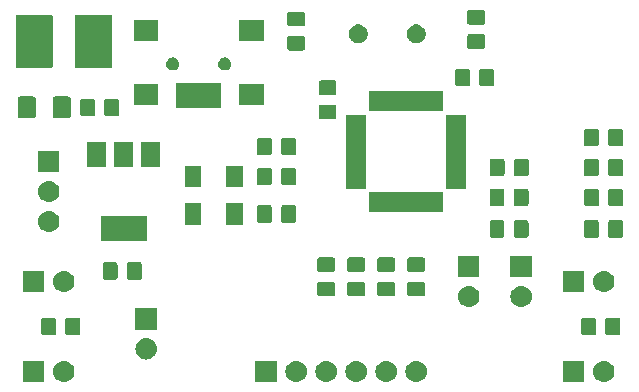
<source format=gbr>
G04 #@! TF.GenerationSoftware,KiCad,Pcbnew,(5.1.2)-2*
G04 #@! TF.CreationDate,2019-08-11T21:37:17+02:00*
G04 #@! TF.ProjectId,20190811_usbasp,32303139-3038-4313-915f-757362617370,rev?*
G04 #@! TF.SameCoordinates,Original*
G04 #@! TF.FileFunction,Soldermask,Top*
G04 #@! TF.FilePolarity,Negative*
%FSLAX46Y46*%
G04 Gerber Fmt 4.6, Leading zero omitted, Abs format (unit mm)*
G04 Created by KiCad (PCBNEW (5.1.2)-2) date 2019-08-11 21:37:17*
%MOMM*%
%LPD*%
G04 APERTURE LIST*
%ADD10C,0.100000*%
G04 APERTURE END LIST*
D10*
G36*
X175370443Y-145155519D02*
G01*
X175436627Y-145162037D01*
X175606466Y-145213557D01*
X175762991Y-145297222D01*
X175798729Y-145326552D01*
X175900186Y-145409814D01*
X175983448Y-145511271D01*
X176012778Y-145547009D01*
X176096443Y-145703534D01*
X176147963Y-145873373D01*
X176165359Y-146050000D01*
X176147963Y-146226627D01*
X176096443Y-146396466D01*
X176012778Y-146552991D01*
X175983448Y-146588729D01*
X175900186Y-146690186D01*
X175798729Y-146773448D01*
X175762991Y-146802778D01*
X175606466Y-146886443D01*
X175436627Y-146937963D01*
X175370442Y-146944482D01*
X175304260Y-146951000D01*
X175215740Y-146951000D01*
X175149558Y-146944482D01*
X175083373Y-146937963D01*
X174913534Y-146886443D01*
X174757009Y-146802778D01*
X174721271Y-146773448D01*
X174619814Y-146690186D01*
X174536552Y-146588729D01*
X174507222Y-146552991D01*
X174423557Y-146396466D01*
X174372037Y-146226627D01*
X174354641Y-146050000D01*
X174372037Y-145873373D01*
X174423557Y-145703534D01*
X174507222Y-145547009D01*
X174536552Y-145511271D01*
X174619814Y-145409814D01*
X174721271Y-145326552D01*
X174757009Y-145297222D01*
X174913534Y-145213557D01*
X175083373Y-145162037D01*
X175149557Y-145155519D01*
X175215740Y-145149000D01*
X175304260Y-145149000D01*
X175370443Y-145155519D01*
X175370443Y-145155519D01*
G37*
G36*
X173621000Y-146951000D02*
G01*
X171819000Y-146951000D01*
X171819000Y-145149000D01*
X173621000Y-145149000D01*
X173621000Y-146951000D01*
X173621000Y-146951000D01*
G37*
G36*
X147586000Y-146951000D02*
G01*
X145784000Y-146951000D01*
X145784000Y-145149000D01*
X147586000Y-145149000D01*
X147586000Y-146951000D01*
X147586000Y-146951000D01*
G37*
G36*
X149335443Y-145155519D02*
G01*
X149401627Y-145162037D01*
X149571466Y-145213557D01*
X149727991Y-145297222D01*
X149763729Y-145326552D01*
X149865186Y-145409814D01*
X149948448Y-145511271D01*
X149977778Y-145547009D01*
X150061443Y-145703534D01*
X150112963Y-145873373D01*
X150130359Y-146050000D01*
X150112963Y-146226627D01*
X150061443Y-146396466D01*
X149977778Y-146552991D01*
X149948448Y-146588729D01*
X149865186Y-146690186D01*
X149763729Y-146773448D01*
X149727991Y-146802778D01*
X149571466Y-146886443D01*
X149401627Y-146937963D01*
X149335442Y-146944482D01*
X149269260Y-146951000D01*
X149180740Y-146951000D01*
X149114558Y-146944482D01*
X149048373Y-146937963D01*
X148878534Y-146886443D01*
X148722009Y-146802778D01*
X148686271Y-146773448D01*
X148584814Y-146690186D01*
X148501552Y-146588729D01*
X148472222Y-146552991D01*
X148388557Y-146396466D01*
X148337037Y-146226627D01*
X148319641Y-146050000D01*
X148337037Y-145873373D01*
X148388557Y-145703534D01*
X148472222Y-145547009D01*
X148501552Y-145511271D01*
X148584814Y-145409814D01*
X148686271Y-145326552D01*
X148722009Y-145297222D01*
X148878534Y-145213557D01*
X149048373Y-145162037D01*
X149114557Y-145155519D01*
X149180740Y-145149000D01*
X149269260Y-145149000D01*
X149335443Y-145155519D01*
X149335443Y-145155519D01*
G37*
G36*
X151875443Y-145155519D02*
G01*
X151941627Y-145162037D01*
X152111466Y-145213557D01*
X152267991Y-145297222D01*
X152303729Y-145326552D01*
X152405186Y-145409814D01*
X152488448Y-145511271D01*
X152517778Y-145547009D01*
X152601443Y-145703534D01*
X152652963Y-145873373D01*
X152670359Y-146050000D01*
X152652963Y-146226627D01*
X152601443Y-146396466D01*
X152517778Y-146552991D01*
X152488448Y-146588729D01*
X152405186Y-146690186D01*
X152303729Y-146773448D01*
X152267991Y-146802778D01*
X152111466Y-146886443D01*
X151941627Y-146937963D01*
X151875442Y-146944482D01*
X151809260Y-146951000D01*
X151720740Y-146951000D01*
X151654558Y-146944482D01*
X151588373Y-146937963D01*
X151418534Y-146886443D01*
X151262009Y-146802778D01*
X151226271Y-146773448D01*
X151124814Y-146690186D01*
X151041552Y-146588729D01*
X151012222Y-146552991D01*
X150928557Y-146396466D01*
X150877037Y-146226627D01*
X150859641Y-146050000D01*
X150877037Y-145873373D01*
X150928557Y-145703534D01*
X151012222Y-145547009D01*
X151041552Y-145511271D01*
X151124814Y-145409814D01*
X151226271Y-145326552D01*
X151262009Y-145297222D01*
X151418534Y-145213557D01*
X151588373Y-145162037D01*
X151654557Y-145155519D01*
X151720740Y-145149000D01*
X151809260Y-145149000D01*
X151875443Y-145155519D01*
X151875443Y-145155519D01*
G37*
G36*
X154415443Y-145155519D02*
G01*
X154481627Y-145162037D01*
X154651466Y-145213557D01*
X154807991Y-145297222D01*
X154843729Y-145326552D01*
X154945186Y-145409814D01*
X155028448Y-145511271D01*
X155057778Y-145547009D01*
X155141443Y-145703534D01*
X155192963Y-145873373D01*
X155210359Y-146050000D01*
X155192963Y-146226627D01*
X155141443Y-146396466D01*
X155057778Y-146552991D01*
X155028448Y-146588729D01*
X154945186Y-146690186D01*
X154843729Y-146773448D01*
X154807991Y-146802778D01*
X154651466Y-146886443D01*
X154481627Y-146937963D01*
X154415442Y-146944482D01*
X154349260Y-146951000D01*
X154260740Y-146951000D01*
X154194558Y-146944482D01*
X154128373Y-146937963D01*
X153958534Y-146886443D01*
X153802009Y-146802778D01*
X153766271Y-146773448D01*
X153664814Y-146690186D01*
X153581552Y-146588729D01*
X153552222Y-146552991D01*
X153468557Y-146396466D01*
X153417037Y-146226627D01*
X153399641Y-146050000D01*
X153417037Y-145873373D01*
X153468557Y-145703534D01*
X153552222Y-145547009D01*
X153581552Y-145511271D01*
X153664814Y-145409814D01*
X153766271Y-145326552D01*
X153802009Y-145297222D01*
X153958534Y-145213557D01*
X154128373Y-145162037D01*
X154194557Y-145155519D01*
X154260740Y-145149000D01*
X154349260Y-145149000D01*
X154415443Y-145155519D01*
X154415443Y-145155519D01*
G37*
G36*
X159495443Y-145155519D02*
G01*
X159561627Y-145162037D01*
X159731466Y-145213557D01*
X159887991Y-145297222D01*
X159923729Y-145326552D01*
X160025186Y-145409814D01*
X160108448Y-145511271D01*
X160137778Y-145547009D01*
X160221443Y-145703534D01*
X160272963Y-145873373D01*
X160290359Y-146050000D01*
X160272963Y-146226627D01*
X160221443Y-146396466D01*
X160137778Y-146552991D01*
X160108448Y-146588729D01*
X160025186Y-146690186D01*
X159923729Y-146773448D01*
X159887991Y-146802778D01*
X159731466Y-146886443D01*
X159561627Y-146937963D01*
X159495442Y-146944482D01*
X159429260Y-146951000D01*
X159340740Y-146951000D01*
X159274558Y-146944482D01*
X159208373Y-146937963D01*
X159038534Y-146886443D01*
X158882009Y-146802778D01*
X158846271Y-146773448D01*
X158744814Y-146690186D01*
X158661552Y-146588729D01*
X158632222Y-146552991D01*
X158548557Y-146396466D01*
X158497037Y-146226627D01*
X158479641Y-146050000D01*
X158497037Y-145873373D01*
X158548557Y-145703534D01*
X158632222Y-145547009D01*
X158661552Y-145511271D01*
X158744814Y-145409814D01*
X158846271Y-145326552D01*
X158882009Y-145297222D01*
X159038534Y-145213557D01*
X159208373Y-145162037D01*
X159274557Y-145155519D01*
X159340740Y-145149000D01*
X159429260Y-145149000D01*
X159495443Y-145155519D01*
X159495443Y-145155519D01*
G37*
G36*
X156955443Y-145155519D02*
G01*
X157021627Y-145162037D01*
X157191466Y-145213557D01*
X157347991Y-145297222D01*
X157383729Y-145326552D01*
X157485186Y-145409814D01*
X157568448Y-145511271D01*
X157597778Y-145547009D01*
X157681443Y-145703534D01*
X157732963Y-145873373D01*
X157750359Y-146050000D01*
X157732963Y-146226627D01*
X157681443Y-146396466D01*
X157597778Y-146552991D01*
X157568448Y-146588729D01*
X157485186Y-146690186D01*
X157383729Y-146773448D01*
X157347991Y-146802778D01*
X157191466Y-146886443D01*
X157021627Y-146937963D01*
X156955442Y-146944482D01*
X156889260Y-146951000D01*
X156800740Y-146951000D01*
X156734558Y-146944482D01*
X156668373Y-146937963D01*
X156498534Y-146886443D01*
X156342009Y-146802778D01*
X156306271Y-146773448D01*
X156204814Y-146690186D01*
X156121552Y-146588729D01*
X156092222Y-146552991D01*
X156008557Y-146396466D01*
X155957037Y-146226627D01*
X155939641Y-146050000D01*
X155957037Y-145873373D01*
X156008557Y-145703534D01*
X156092222Y-145547009D01*
X156121552Y-145511271D01*
X156204814Y-145409814D01*
X156306271Y-145326552D01*
X156342009Y-145297222D01*
X156498534Y-145213557D01*
X156668373Y-145162037D01*
X156734557Y-145155519D01*
X156800740Y-145149000D01*
X156889260Y-145149000D01*
X156955443Y-145155519D01*
X156955443Y-145155519D01*
G37*
G36*
X129650443Y-145155519D02*
G01*
X129716627Y-145162037D01*
X129886466Y-145213557D01*
X130042991Y-145297222D01*
X130078729Y-145326552D01*
X130180186Y-145409814D01*
X130263448Y-145511271D01*
X130292778Y-145547009D01*
X130376443Y-145703534D01*
X130427963Y-145873373D01*
X130445359Y-146050000D01*
X130427963Y-146226627D01*
X130376443Y-146396466D01*
X130292778Y-146552991D01*
X130263448Y-146588729D01*
X130180186Y-146690186D01*
X130078729Y-146773448D01*
X130042991Y-146802778D01*
X129886466Y-146886443D01*
X129716627Y-146937963D01*
X129650442Y-146944482D01*
X129584260Y-146951000D01*
X129495740Y-146951000D01*
X129429558Y-146944482D01*
X129363373Y-146937963D01*
X129193534Y-146886443D01*
X129037009Y-146802778D01*
X129001271Y-146773448D01*
X128899814Y-146690186D01*
X128816552Y-146588729D01*
X128787222Y-146552991D01*
X128703557Y-146396466D01*
X128652037Y-146226627D01*
X128634641Y-146050000D01*
X128652037Y-145873373D01*
X128703557Y-145703534D01*
X128787222Y-145547009D01*
X128816552Y-145511271D01*
X128899814Y-145409814D01*
X129001271Y-145326552D01*
X129037009Y-145297222D01*
X129193534Y-145213557D01*
X129363373Y-145162037D01*
X129429557Y-145155519D01*
X129495740Y-145149000D01*
X129584260Y-145149000D01*
X129650443Y-145155519D01*
X129650443Y-145155519D01*
G37*
G36*
X127901000Y-146951000D02*
G01*
X126099000Y-146951000D01*
X126099000Y-145149000D01*
X127901000Y-145149000D01*
X127901000Y-146951000D01*
X127901000Y-146951000D01*
G37*
G36*
X136635443Y-143250519D02*
G01*
X136701627Y-143257037D01*
X136871466Y-143308557D01*
X137027991Y-143392222D01*
X137063729Y-143421552D01*
X137165186Y-143504814D01*
X137248448Y-143606271D01*
X137277778Y-143642009D01*
X137361443Y-143798534D01*
X137412963Y-143968373D01*
X137430359Y-144145000D01*
X137412963Y-144321627D01*
X137361443Y-144491466D01*
X137277778Y-144647991D01*
X137248448Y-144683729D01*
X137165186Y-144785186D01*
X137063729Y-144868448D01*
X137027991Y-144897778D01*
X136871466Y-144981443D01*
X136701627Y-145032963D01*
X136635443Y-145039481D01*
X136569260Y-145046000D01*
X136480740Y-145046000D01*
X136414557Y-145039481D01*
X136348373Y-145032963D01*
X136178534Y-144981443D01*
X136022009Y-144897778D01*
X135986271Y-144868448D01*
X135884814Y-144785186D01*
X135801552Y-144683729D01*
X135772222Y-144647991D01*
X135688557Y-144491466D01*
X135637037Y-144321627D01*
X135619641Y-144145000D01*
X135637037Y-143968373D01*
X135688557Y-143798534D01*
X135772222Y-143642009D01*
X135801552Y-143606271D01*
X135884814Y-143504814D01*
X135986271Y-143421552D01*
X136022009Y-143392222D01*
X136178534Y-143308557D01*
X136348373Y-143257037D01*
X136414557Y-143250519D01*
X136480740Y-143244000D01*
X136569260Y-143244000D01*
X136635443Y-143250519D01*
X136635443Y-143250519D01*
G37*
G36*
X174453674Y-141493465D02*
G01*
X174491367Y-141504899D01*
X174526103Y-141523466D01*
X174556548Y-141548452D01*
X174581534Y-141578897D01*
X174600101Y-141613633D01*
X174611535Y-141651326D01*
X174616000Y-141696661D01*
X174616000Y-142783339D01*
X174611535Y-142828674D01*
X174600101Y-142866367D01*
X174581534Y-142901103D01*
X174556548Y-142931548D01*
X174526103Y-142956534D01*
X174491367Y-142975101D01*
X174453674Y-142986535D01*
X174408339Y-142991000D01*
X173571661Y-142991000D01*
X173526326Y-142986535D01*
X173488633Y-142975101D01*
X173453897Y-142956534D01*
X173423452Y-142931548D01*
X173398466Y-142901103D01*
X173379899Y-142866367D01*
X173368465Y-142828674D01*
X173364000Y-142783339D01*
X173364000Y-141696661D01*
X173368465Y-141651326D01*
X173379899Y-141613633D01*
X173398466Y-141578897D01*
X173423452Y-141548452D01*
X173453897Y-141523466D01*
X173488633Y-141504899D01*
X173526326Y-141493465D01*
X173571661Y-141489000D01*
X174408339Y-141489000D01*
X174453674Y-141493465D01*
X174453674Y-141493465D01*
G37*
G36*
X176503674Y-141493465D02*
G01*
X176541367Y-141504899D01*
X176576103Y-141523466D01*
X176606548Y-141548452D01*
X176631534Y-141578897D01*
X176650101Y-141613633D01*
X176661535Y-141651326D01*
X176666000Y-141696661D01*
X176666000Y-142783339D01*
X176661535Y-142828674D01*
X176650101Y-142866367D01*
X176631534Y-142901103D01*
X176606548Y-142931548D01*
X176576103Y-142956534D01*
X176541367Y-142975101D01*
X176503674Y-142986535D01*
X176458339Y-142991000D01*
X175621661Y-142991000D01*
X175576326Y-142986535D01*
X175538633Y-142975101D01*
X175503897Y-142956534D01*
X175473452Y-142931548D01*
X175448466Y-142901103D01*
X175429899Y-142866367D01*
X175418465Y-142828674D01*
X175414000Y-142783339D01*
X175414000Y-141696661D01*
X175418465Y-141651326D01*
X175429899Y-141613633D01*
X175448466Y-141578897D01*
X175473452Y-141548452D01*
X175503897Y-141523466D01*
X175538633Y-141504899D01*
X175576326Y-141493465D01*
X175621661Y-141489000D01*
X176458339Y-141489000D01*
X176503674Y-141493465D01*
X176503674Y-141493465D01*
G37*
G36*
X130783674Y-141493465D02*
G01*
X130821367Y-141504899D01*
X130856103Y-141523466D01*
X130886548Y-141548452D01*
X130911534Y-141578897D01*
X130930101Y-141613633D01*
X130941535Y-141651326D01*
X130946000Y-141696661D01*
X130946000Y-142783339D01*
X130941535Y-142828674D01*
X130930101Y-142866367D01*
X130911534Y-142901103D01*
X130886548Y-142931548D01*
X130856103Y-142956534D01*
X130821367Y-142975101D01*
X130783674Y-142986535D01*
X130738339Y-142991000D01*
X129901661Y-142991000D01*
X129856326Y-142986535D01*
X129818633Y-142975101D01*
X129783897Y-142956534D01*
X129753452Y-142931548D01*
X129728466Y-142901103D01*
X129709899Y-142866367D01*
X129698465Y-142828674D01*
X129694000Y-142783339D01*
X129694000Y-141696661D01*
X129698465Y-141651326D01*
X129709899Y-141613633D01*
X129728466Y-141578897D01*
X129753452Y-141548452D01*
X129783897Y-141523466D01*
X129818633Y-141504899D01*
X129856326Y-141493465D01*
X129901661Y-141489000D01*
X130738339Y-141489000D01*
X130783674Y-141493465D01*
X130783674Y-141493465D01*
G37*
G36*
X128733674Y-141493465D02*
G01*
X128771367Y-141504899D01*
X128806103Y-141523466D01*
X128836548Y-141548452D01*
X128861534Y-141578897D01*
X128880101Y-141613633D01*
X128891535Y-141651326D01*
X128896000Y-141696661D01*
X128896000Y-142783339D01*
X128891535Y-142828674D01*
X128880101Y-142866367D01*
X128861534Y-142901103D01*
X128836548Y-142931548D01*
X128806103Y-142956534D01*
X128771367Y-142975101D01*
X128733674Y-142986535D01*
X128688339Y-142991000D01*
X127851661Y-142991000D01*
X127806326Y-142986535D01*
X127768633Y-142975101D01*
X127733897Y-142956534D01*
X127703452Y-142931548D01*
X127678466Y-142901103D01*
X127659899Y-142866367D01*
X127648465Y-142828674D01*
X127644000Y-142783339D01*
X127644000Y-141696661D01*
X127648465Y-141651326D01*
X127659899Y-141613633D01*
X127678466Y-141578897D01*
X127703452Y-141548452D01*
X127733897Y-141523466D01*
X127768633Y-141504899D01*
X127806326Y-141493465D01*
X127851661Y-141489000D01*
X128688339Y-141489000D01*
X128733674Y-141493465D01*
X128733674Y-141493465D01*
G37*
G36*
X137426000Y-142506000D02*
G01*
X135624000Y-142506000D01*
X135624000Y-140704000D01*
X137426000Y-140704000D01*
X137426000Y-142506000D01*
X137426000Y-142506000D01*
G37*
G36*
X168385442Y-138805518D02*
G01*
X168451627Y-138812037D01*
X168621466Y-138863557D01*
X168777991Y-138947222D01*
X168813729Y-138976552D01*
X168915186Y-139059814D01*
X168998448Y-139161271D01*
X169027778Y-139197009D01*
X169111443Y-139353534D01*
X169162963Y-139523373D01*
X169180359Y-139700000D01*
X169162963Y-139876627D01*
X169111443Y-140046466D01*
X169027778Y-140202991D01*
X168998448Y-140238729D01*
X168915186Y-140340186D01*
X168813729Y-140423448D01*
X168777991Y-140452778D01*
X168621466Y-140536443D01*
X168451627Y-140587963D01*
X168385442Y-140594482D01*
X168319260Y-140601000D01*
X168230740Y-140601000D01*
X168164558Y-140594482D01*
X168098373Y-140587963D01*
X167928534Y-140536443D01*
X167772009Y-140452778D01*
X167736271Y-140423448D01*
X167634814Y-140340186D01*
X167551552Y-140238729D01*
X167522222Y-140202991D01*
X167438557Y-140046466D01*
X167387037Y-139876627D01*
X167369641Y-139700000D01*
X167387037Y-139523373D01*
X167438557Y-139353534D01*
X167522222Y-139197009D01*
X167551552Y-139161271D01*
X167634814Y-139059814D01*
X167736271Y-138976552D01*
X167772009Y-138947222D01*
X167928534Y-138863557D01*
X168098373Y-138812037D01*
X168164558Y-138805518D01*
X168230740Y-138799000D01*
X168319260Y-138799000D01*
X168385442Y-138805518D01*
X168385442Y-138805518D01*
G37*
G36*
X163940442Y-138805518D02*
G01*
X164006627Y-138812037D01*
X164176466Y-138863557D01*
X164332991Y-138947222D01*
X164368729Y-138976552D01*
X164470186Y-139059814D01*
X164553448Y-139161271D01*
X164582778Y-139197009D01*
X164666443Y-139353534D01*
X164717963Y-139523373D01*
X164735359Y-139700000D01*
X164717963Y-139876627D01*
X164666443Y-140046466D01*
X164582778Y-140202991D01*
X164553448Y-140238729D01*
X164470186Y-140340186D01*
X164368729Y-140423448D01*
X164332991Y-140452778D01*
X164176466Y-140536443D01*
X164006627Y-140587963D01*
X163940442Y-140594482D01*
X163874260Y-140601000D01*
X163785740Y-140601000D01*
X163719558Y-140594482D01*
X163653373Y-140587963D01*
X163483534Y-140536443D01*
X163327009Y-140452778D01*
X163291271Y-140423448D01*
X163189814Y-140340186D01*
X163106552Y-140238729D01*
X163077222Y-140202991D01*
X162993557Y-140046466D01*
X162942037Y-139876627D01*
X162924641Y-139700000D01*
X162942037Y-139523373D01*
X162993557Y-139353534D01*
X163077222Y-139197009D01*
X163106552Y-139161271D01*
X163189814Y-139059814D01*
X163291271Y-138976552D01*
X163327009Y-138947222D01*
X163483534Y-138863557D01*
X163653373Y-138812037D01*
X163719558Y-138805518D01*
X163785740Y-138799000D01*
X163874260Y-138799000D01*
X163940442Y-138805518D01*
X163940442Y-138805518D01*
G37*
G36*
X154893674Y-138443465D02*
G01*
X154931367Y-138454899D01*
X154966103Y-138473466D01*
X154996548Y-138498452D01*
X155021534Y-138528897D01*
X155040101Y-138563633D01*
X155051535Y-138601326D01*
X155056000Y-138646661D01*
X155056000Y-139483339D01*
X155051535Y-139528674D01*
X155040101Y-139566367D01*
X155021534Y-139601103D01*
X154996548Y-139631548D01*
X154966103Y-139656534D01*
X154931367Y-139675101D01*
X154893674Y-139686535D01*
X154848339Y-139691000D01*
X153761661Y-139691000D01*
X153716326Y-139686535D01*
X153678633Y-139675101D01*
X153643897Y-139656534D01*
X153613452Y-139631548D01*
X153588466Y-139601103D01*
X153569899Y-139566367D01*
X153558465Y-139528674D01*
X153554000Y-139483339D01*
X153554000Y-138646661D01*
X153558465Y-138601326D01*
X153569899Y-138563633D01*
X153588466Y-138528897D01*
X153613452Y-138498452D01*
X153643897Y-138473466D01*
X153678633Y-138454899D01*
X153716326Y-138443465D01*
X153761661Y-138439000D01*
X154848339Y-138439000D01*
X154893674Y-138443465D01*
X154893674Y-138443465D01*
G37*
G36*
X157433674Y-138443465D02*
G01*
X157471367Y-138454899D01*
X157506103Y-138473466D01*
X157536548Y-138498452D01*
X157561534Y-138528897D01*
X157580101Y-138563633D01*
X157591535Y-138601326D01*
X157596000Y-138646661D01*
X157596000Y-139483339D01*
X157591535Y-139528674D01*
X157580101Y-139566367D01*
X157561534Y-139601103D01*
X157536548Y-139631548D01*
X157506103Y-139656534D01*
X157471367Y-139675101D01*
X157433674Y-139686535D01*
X157388339Y-139691000D01*
X156301661Y-139691000D01*
X156256326Y-139686535D01*
X156218633Y-139675101D01*
X156183897Y-139656534D01*
X156153452Y-139631548D01*
X156128466Y-139601103D01*
X156109899Y-139566367D01*
X156098465Y-139528674D01*
X156094000Y-139483339D01*
X156094000Y-138646661D01*
X156098465Y-138601326D01*
X156109899Y-138563633D01*
X156128466Y-138528897D01*
X156153452Y-138498452D01*
X156183897Y-138473466D01*
X156218633Y-138454899D01*
X156256326Y-138443465D01*
X156301661Y-138439000D01*
X157388339Y-138439000D01*
X157433674Y-138443465D01*
X157433674Y-138443465D01*
G37*
G36*
X159973674Y-138443465D02*
G01*
X160011367Y-138454899D01*
X160046103Y-138473466D01*
X160076548Y-138498452D01*
X160101534Y-138528897D01*
X160120101Y-138563633D01*
X160131535Y-138601326D01*
X160136000Y-138646661D01*
X160136000Y-139483339D01*
X160131535Y-139528674D01*
X160120101Y-139566367D01*
X160101534Y-139601103D01*
X160076548Y-139631548D01*
X160046103Y-139656534D01*
X160011367Y-139675101D01*
X159973674Y-139686535D01*
X159928339Y-139691000D01*
X158841661Y-139691000D01*
X158796326Y-139686535D01*
X158758633Y-139675101D01*
X158723897Y-139656534D01*
X158693452Y-139631548D01*
X158668466Y-139601103D01*
X158649899Y-139566367D01*
X158638465Y-139528674D01*
X158634000Y-139483339D01*
X158634000Y-138646661D01*
X158638465Y-138601326D01*
X158649899Y-138563633D01*
X158668466Y-138528897D01*
X158693452Y-138498452D01*
X158723897Y-138473466D01*
X158758633Y-138454899D01*
X158796326Y-138443465D01*
X158841661Y-138439000D01*
X159928339Y-138439000D01*
X159973674Y-138443465D01*
X159973674Y-138443465D01*
G37*
G36*
X152353674Y-138443465D02*
G01*
X152391367Y-138454899D01*
X152426103Y-138473466D01*
X152456548Y-138498452D01*
X152481534Y-138528897D01*
X152500101Y-138563633D01*
X152511535Y-138601326D01*
X152516000Y-138646661D01*
X152516000Y-139483339D01*
X152511535Y-139528674D01*
X152500101Y-139566367D01*
X152481534Y-139601103D01*
X152456548Y-139631548D01*
X152426103Y-139656534D01*
X152391367Y-139675101D01*
X152353674Y-139686535D01*
X152308339Y-139691000D01*
X151221661Y-139691000D01*
X151176326Y-139686535D01*
X151138633Y-139675101D01*
X151103897Y-139656534D01*
X151073452Y-139631548D01*
X151048466Y-139601103D01*
X151029899Y-139566367D01*
X151018465Y-139528674D01*
X151014000Y-139483339D01*
X151014000Y-138646661D01*
X151018465Y-138601326D01*
X151029899Y-138563633D01*
X151048466Y-138528897D01*
X151073452Y-138498452D01*
X151103897Y-138473466D01*
X151138633Y-138454899D01*
X151176326Y-138443465D01*
X151221661Y-138439000D01*
X152308339Y-138439000D01*
X152353674Y-138443465D01*
X152353674Y-138443465D01*
G37*
G36*
X127901000Y-139331000D02*
G01*
X126099000Y-139331000D01*
X126099000Y-137529000D01*
X127901000Y-137529000D01*
X127901000Y-139331000D01*
X127901000Y-139331000D01*
G37*
G36*
X129650443Y-137535519D02*
G01*
X129716627Y-137542037D01*
X129886466Y-137593557D01*
X130042991Y-137677222D01*
X130078729Y-137706552D01*
X130180186Y-137789814D01*
X130263448Y-137891271D01*
X130292778Y-137927009D01*
X130376443Y-138083534D01*
X130427963Y-138253373D01*
X130445359Y-138430000D01*
X130427963Y-138606627D01*
X130376443Y-138776466D01*
X130292778Y-138932991D01*
X130263448Y-138968729D01*
X130180186Y-139070186D01*
X130078729Y-139153448D01*
X130042991Y-139182778D01*
X129886466Y-139266443D01*
X129716627Y-139317963D01*
X129650443Y-139324481D01*
X129584260Y-139331000D01*
X129495740Y-139331000D01*
X129429557Y-139324481D01*
X129363373Y-139317963D01*
X129193534Y-139266443D01*
X129037009Y-139182778D01*
X129001271Y-139153448D01*
X128899814Y-139070186D01*
X128816552Y-138968729D01*
X128787222Y-138932991D01*
X128703557Y-138776466D01*
X128652037Y-138606627D01*
X128634641Y-138430000D01*
X128652037Y-138253373D01*
X128703557Y-138083534D01*
X128787222Y-137927009D01*
X128816552Y-137891271D01*
X128899814Y-137789814D01*
X129001271Y-137706552D01*
X129037009Y-137677222D01*
X129193534Y-137593557D01*
X129363373Y-137542037D01*
X129429557Y-137535519D01*
X129495740Y-137529000D01*
X129584260Y-137529000D01*
X129650443Y-137535519D01*
X129650443Y-137535519D01*
G37*
G36*
X173621000Y-139331000D02*
G01*
X171819000Y-139331000D01*
X171819000Y-137529000D01*
X173621000Y-137529000D01*
X173621000Y-139331000D01*
X173621000Y-139331000D01*
G37*
G36*
X175370443Y-137535519D02*
G01*
X175436627Y-137542037D01*
X175606466Y-137593557D01*
X175762991Y-137677222D01*
X175798729Y-137706552D01*
X175900186Y-137789814D01*
X175983448Y-137891271D01*
X176012778Y-137927009D01*
X176096443Y-138083534D01*
X176147963Y-138253373D01*
X176165359Y-138430000D01*
X176147963Y-138606627D01*
X176096443Y-138776466D01*
X176012778Y-138932991D01*
X175983448Y-138968729D01*
X175900186Y-139070186D01*
X175798729Y-139153448D01*
X175762991Y-139182778D01*
X175606466Y-139266443D01*
X175436627Y-139317963D01*
X175370443Y-139324481D01*
X175304260Y-139331000D01*
X175215740Y-139331000D01*
X175149557Y-139324481D01*
X175083373Y-139317963D01*
X174913534Y-139266443D01*
X174757009Y-139182778D01*
X174721271Y-139153448D01*
X174619814Y-139070186D01*
X174536552Y-138968729D01*
X174507222Y-138932991D01*
X174423557Y-138776466D01*
X174372037Y-138606627D01*
X174354641Y-138430000D01*
X174372037Y-138253373D01*
X174423557Y-138083534D01*
X174507222Y-137927009D01*
X174536552Y-137891271D01*
X174619814Y-137789814D01*
X174721271Y-137706552D01*
X174757009Y-137677222D01*
X174913534Y-137593557D01*
X175083373Y-137542037D01*
X175149557Y-137535519D01*
X175215740Y-137529000D01*
X175304260Y-137529000D01*
X175370443Y-137535519D01*
X175370443Y-137535519D01*
G37*
G36*
X133940674Y-136794465D02*
G01*
X133978367Y-136805899D01*
X134013103Y-136824466D01*
X134043548Y-136849452D01*
X134068534Y-136879897D01*
X134087101Y-136914633D01*
X134098535Y-136952326D01*
X134103000Y-136997661D01*
X134103000Y-138084339D01*
X134098535Y-138129674D01*
X134087101Y-138167367D01*
X134068534Y-138202103D01*
X134043548Y-138232548D01*
X134013103Y-138257534D01*
X133978367Y-138276101D01*
X133940674Y-138287535D01*
X133895339Y-138292000D01*
X133058661Y-138292000D01*
X133013326Y-138287535D01*
X132975633Y-138276101D01*
X132940897Y-138257534D01*
X132910452Y-138232548D01*
X132885466Y-138202103D01*
X132866899Y-138167367D01*
X132855465Y-138129674D01*
X132851000Y-138084339D01*
X132851000Y-136997661D01*
X132855465Y-136952326D01*
X132866899Y-136914633D01*
X132885466Y-136879897D01*
X132910452Y-136849452D01*
X132940897Y-136824466D01*
X132975633Y-136805899D01*
X133013326Y-136794465D01*
X133058661Y-136790000D01*
X133895339Y-136790000D01*
X133940674Y-136794465D01*
X133940674Y-136794465D01*
G37*
G36*
X135990674Y-136794465D02*
G01*
X136028367Y-136805899D01*
X136063103Y-136824466D01*
X136093548Y-136849452D01*
X136118534Y-136879897D01*
X136137101Y-136914633D01*
X136148535Y-136952326D01*
X136153000Y-136997661D01*
X136153000Y-138084339D01*
X136148535Y-138129674D01*
X136137101Y-138167367D01*
X136118534Y-138202103D01*
X136093548Y-138232548D01*
X136063103Y-138257534D01*
X136028367Y-138276101D01*
X135990674Y-138287535D01*
X135945339Y-138292000D01*
X135108661Y-138292000D01*
X135063326Y-138287535D01*
X135025633Y-138276101D01*
X134990897Y-138257534D01*
X134960452Y-138232548D01*
X134935466Y-138202103D01*
X134916899Y-138167367D01*
X134905465Y-138129674D01*
X134901000Y-138084339D01*
X134901000Y-136997661D01*
X134905465Y-136952326D01*
X134916899Y-136914633D01*
X134935466Y-136879897D01*
X134960452Y-136849452D01*
X134990897Y-136824466D01*
X135025633Y-136805899D01*
X135063326Y-136794465D01*
X135108661Y-136790000D01*
X135945339Y-136790000D01*
X135990674Y-136794465D01*
X135990674Y-136794465D01*
G37*
G36*
X169176000Y-138061000D02*
G01*
X167374000Y-138061000D01*
X167374000Y-136259000D01*
X169176000Y-136259000D01*
X169176000Y-138061000D01*
X169176000Y-138061000D01*
G37*
G36*
X164731000Y-138061000D02*
G01*
X162929000Y-138061000D01*
X162929000Y-136259000D01*
X164731000Y-136259000D01*
X164731000Y-138061000D01*
X164731000Y-138061000D01*
G37*
G36*
X159973674Y-136393465D02*
G01*
X160011367Y-136404899D01*
X160046103Y-136423466D01*
X160076548Y-136448452D01*
X160101534Y-136478897D01*
X160120101Y-136513633D01*
X160131535Y-136551326D01*
X160136000Y-136596661D01*
X160136000Y-137433339D01*
X160131535Y-137478674D01*
X160120101Y-137516367D01*
X160101534Y-137551103D01*
X160076548Y-137581548D01*
X160046103Y-137606534D01*
X160011367Y-137625101D01*
X159973674Y-137636535D01*
X159928339Y-137641000D01*
X158841661Y-137641000D01*
X158796326Y-137636535D01*
X158758633Y-137625101D01*
X158723897Y-137606534D01*
X158693452Y-137581548D01*
X158668466Y-137551103D01*
X158649899Y-137516367D01*
X158638465Y-137478674D01*
X158634000Y-137433339D01*
X158634000Y-136596661D01*
X158638465Y-136551326D01*
X158649899Y-136513633D01*
X158668466Y-136478897D01*
X158693452Y-136448452D01*
X158723897Y-136423466D01*
X158758633Y-136404899D01*
X158796326Y-136393465D01*
X158841661Y-136389000D01*
X159928339Y-136389000D01*
X159973674Y-136393465D01*
X159973674Y-136393465D01*
G37*
G36*
X157433674Y-136393465D02*
G01*
X157471367Y-136404899D01*
X157506103Y-136423466D01*
X157536548Y-136448452D01*
X157561534Y-136478897D01*
X157580101Y-136513633D01*
X157591535Y-136551326D01*
X157596000Y-136596661D01*
X157596000Y-137433339D01*
X157591535Y-137478674D01*
X157580101Y-137516367D01*
X157561534Y-137551103D01*
X157536548Y-137581548D01*
X157506103Y-137606534D01*
X157471367Y-137625101D01*
X157433674Y-137636535D01*
X157388339Y-137641000D01*
X156301661Y-137641000D01*
X156256326Y-137636535D01*
X156218633Y-137625101D01*
X156183897Y-137606534D01*
X156153452Y-137581548D01*
X156128466Y-137551103D01*
X156109899Y-137516367D01*
X156098465Y-137478674D01*
X156094000Y-137433339D01*
X156094000Y-136596661D01*
X156098465Y-136551326D01*
X156109899Y-136513633D01*
X156128466Y-136478897D01*
X156153452Y-136448452D01*
X156183897Y-136423466D01*
X156218633Y-136404899D01*
X156256326Y-136393465D01*
X156301661Y-136389000D01*
X157388339Y-136389000D01*
X157433674Y-136393465D01*
X157433674Y-136393465D01*
G37*
G36*
X154893674Y-136393465D02*
G01*
X154931367Y-136404899D01*
X154966103Y-136423466D01*
X154996548Y-136448452D01*
X155021534Y-136478897D01*
X155040101Y-136513633D01*
X155051535Y-136551326D01*
X155056000Y-136596661D01*
X155056000Y-137433339D01*
X155051535Y-137478674D01*
X155040101Y-137516367D01*
X155021534Y-137551103D01*
X154996548Y-137581548D01*
X154966103Y-137606534D01*
X154931367Y-137625101D01*
X154893674Y-137636535D01*
X154848339Y-137641000D01*
X153761661Y-137641000D01*
X153716326Y-137636535D01*
X153678633Y-137625101D01*
X153643897Y-137606534D01*
X153613452Y-137581548D01*
X153588466Y-137551103D01*
X153569899Y-137516367D01*
X153558465Y-137478674D01*
X153554000Y-137433339D01*
X153554000Y-136596661D01*
X153558465Y-136551326D01*
X153569899Y-136513633D01*
X153588466Y-136478897D01*
X153613452Y-136448452D01*
X153643897Y-136423466D01*
X153678633Y-136404899D01*
X153716326Y-136393465D01*
X153761661Y-136389000D01*
X154848339Y-136389000D01*
X154893674Y-136393465D01*
X154893674Y-136393465D01*
G37*
G36*
X152353674Y-136393465D02*
G01*
X152391367Y-136404899D01*
X152426103Y-136423466D01*
X152456548Y-136448452D01*
X152481534Y-136478897D01*
X152500101Y-136513633D01*
X152511535Y-136551326D01*
X152516000Y-136596661D01*
X152516000Y-137433339D01*
X152511535Y-137478674D01*
X152500101Y-137516367D01*
X152481534Y-137551103D01*
X152456548Y-137581548D01*
X152426103Y-137606534D01*
X152391367Y-137625101D01*
X152353674Y-137636535D01*
X152308339Y-137641000D01*
X151221661Y-137641000D01*
X151176326Y-137636535D01*
X151138633Y-137625101D01*
X151103897Y-137606534D01*
X151073452Y-137581548D01*
X151048466Y-137551103D01*
X151029899Y-137516367D01*
X151018465Y-137478674D01*
X151014000Y-137433339D01*
X151014000Y-136596661D01*
X151018465Y-136551326D01*
X151029899Y-136513633D01*
X151048466Y-136478897D01*
X151073452Y-136448452D01*
X151103897Y-136423466D01*
X151138633Y-136404899D01*
X151176326Y-136393465D01*
X151221661Y-136389000D01*
X152308339Y-136389000D01*
X152353674Y-136393465D01*
X152353674Y-136393465D01*
G37*
G36*
X136571000Y-135011000D02*
G01*
X132669000Y-135011000D01*
X132669000Y-132909000D01*
X136571000Y-132909000D01*
X136571000Y-135011000D01*
X136571000Y-135011000D01*
G37*
G36*
X168738674Y-133238465D02*
G01*
X168776367Y-133249899D01*
X168811103Y-133268466D01*
X168841548Y-133293452D01*
X168866534Y-133323897D01*
X168885101Y-133358633D01*
X168896535Y-133396326D01*
X168901000Y-133441661D01*
X168901000Y-134528339D01*
X168896535Y-134573674D01*
X168885101Y-134611367D01*
X168866534Y-134646103D01*
X168841548Y-134676548D01*
X168811103Y-134701534D01*
X168776367Y-134720101D01*
X168738674Y-134731535D01*
X168693339Y-134736000D01*
X167856661Y-134736000D01*
X167811326Y-134731535D01*
X167773633Y-134720101D01*
X167738897Y-134701534D01*
X167708452Y-134676548D01*
X167683466Y-134646103D01*
X167664899Y-134611367D01*
X167653465Y-134573674D01*
X167649000Y-134528339D01*
X167649000Y-133441661D01*
X167653465Y-133396326D01*
X167664899Y-133358633D01*
X167683466Y-133323897D01*
X167708452Y-133293452D01*
X167738897Y-133268466D01*
X167773633Y-133249899D01*
X167811326Y-133238465D01*
X167856661Y-133234000D01*
X168693339Y-133234000D01*
X168738674Y-133238465D01*
X168738674Y-133238465D01*
G37*
G36*
X166688674Y-133238465D02*
G01*
X166726367Y-133249899D01*
X166761103Y-133268466D01*
X166791548Y-133293452D01*
X166816534Y-133323897D01*
X166835101Y-133358633D01*
X166846535Y-133396326D01*
X166851000Y-133441661D01*
X166851000Y-134528339D01*
X166846535Y-134573674D01*
X166835101Y-134611367D01*
X166816534Y-134646103D01*
X166791548Y-134676548D01*
X166761103Y-134701534D01*
X166726367Y-134720101D01*
X166688674Y-134731535D01*
X166643339Y-134736000D01*
X165806661Y-134736000D01*
X165761326Y-134731535D01*
X165723633Y-134720101D01*
X165688897Y-134701534D01*
X165658452Y-134676548D01*
X165633466Y-134646103D01*
X165614899Y-134611367D01*
X165603465Y-134573674D01*
X165599000Y-134528339D01*
X165599000Y-133441661D01*
X165603465Y-133396326D01*
X165614899Y-133358633D01*
X165633466Y-133323897D01*
X165658452Y-133293452D01*
X165688897Y-133268466D01*
X165723633Y-133249899D01*
X165761326Y-133238465D01*
X165806661Y-133234000D01*
X166643339Y-133234000D01*
X166688674Y-133238465D01*
X166688674Y-133238465D01*
G37*
G36*
X174689674Y-133238465D02*
G01*
X174727367Y-133249899D01*
X174762103Y-133268466D01*
X174792548Y-133293452D01*
X174817534Y-133323897D01*
X174836101Y-133358633D01*
X174847535Y-133396326D01*
X174852000Y-133441661D01*
X174852000Y-134528339D01*
X174847535Y-134573674D01*
X174836101Y-134611367D01*
X174817534Y-134646103D01*
X174792548Y-134676548D01*
X174762103Y-134701534D01*
X174727367Y-134720101D01*
X174689674Y-134731535D01*
X174644339Y-134736000D01*
X173807661Y-134736000D01*
X173762326Y-134731535D01*
X173724633Y-134720101D01*
X173689897Y-134701534D01*
X173659452Y-134676548D01*
X173634466Y-134646103D01*
X173615899Y-134611367D01*
X173604465Y-134573674D01*
X173600000Y-134528339D01*
X173600000Y-133441661D01*
X173604465Y-133396326D01*
X173615899Y-133358633D01*
X173634466Y-133323897D01*
X173659452Y-133293452D01*
X173689897Y-133268466D01*
X173724633Y-133249899D01*
X173762326Y-133238465D01*
X173807661Y-133234000D01*
X174644339Y-133234000D01*
X174689674Y-133238465D01*
X174689674Y-133238465D01*
G37*
G36*
X176739674Y-133238465D02*
G01*
X176777367Y-133249899D01*
X176812103Y-133268466D01*
X176842548Y-133293452D01*
X176867534Y-133323897D01*
X176886101Y-133358633D01*
X176897535Y-133396326D01*
X176902000Y-133441661D01*
X176902000Y-134528339D01*
X176897535Y-134573674D01*
X176886101Y-134611367D01*
X176867534Y-134646103D01*
X176842548Y-134676548D01*
X176812103Y-134701534D01*
X176777367Y-134720101D01*
X176739674Y-134731535D01*
X176694339Y-134736000D01*
X175857661Y-134736000D01*
X175812326Y-134731535D01*
X175774633Y-134720101D01*
X175739897Y-134701534D01*
X175709452Y-134676548D01*
X175684466Y-134646103D01*
X175665899Y-134611367D01*
X175654465Y-134573674D01*
X175650000Y-134528339D01*
X175650000Y-133441661D01*
X175654465Y-133396326D01*
X175665899Y-133358633D01*
X175684466Y-133323897D01*
X175709452Y-133293452D01*
X175739897Y-133268466D01*
X175774633Y-133249899D01*
X175812326Y-133238465D01*
X175857661Y-133234000D01*
X176694339Y-133234000D01*
X176739674Y-133238465D01*
X176739674Y-133238465D01*
G37*
G36*
X128380442Y-132455518D02*
G01*
X128446627Y-132462037D01*
X128616466Y-132513557D01*
X128772991Y-132597222D01*
X128808729Y-132626552D01*
X128910186Y-132709814D01*
X128993448Y-132811271D01*
X129022778Y-132847009D01*
X129106443Y-133003534D01*
X129157963Y-133173373D01*
X129175359Y-133350000D01*
X129157963Y-133526627D01*
X129106443Y-133696466D01*
X129022778Y-133852991D01*
X128993448Y-133888729D01*
X128910186Y-133990186D01*
X128808729Y-134073448D01*
X128772991Y-134102778D01*
X128616466Y-134186443D01*
X128446627Y-134237963D01*
X128380443Y-134244481D01*
X128314260Y-134251000D01*
X128225740Y-134251000D01*
X128159557Y-134244481D01*
X128093373Y-134237963D01*
X127923534Y-134186443D01*
X127767009Y-134102778D01*
X127731271Y-134073448D01*
X127629814Y-133990186D01*
X127546552Y-133888729D01*
X127517222Y-133852991D01*
X127433557Y-133696466D01*
X127382037Y-133526627D01*
X127364641Y-133350000D01*
X127382037Y-133173373D01*
X127433557Y-133003534D01*
X127517222Y-132847009D01*
X127546552Y-132811271D01*
X127629814Y-132709814D01*
X127731271Y-132626552D01*
X127767009Y-132597222D01*
X127923534Y-132513557D01*
X128093373Y-132462037D01*
X128159558Y-132455518D01*
X128225740Y-132449000D01*
X128314260Y-132449000D01*
X128380442Y-132455518D01*
X128380442Y-132455518D01*
G37*
G36*
X141191000Y-133616000D02*
G01*
X139789000Y-133616000D01*
X139789000Y-131814000D01*
X141191000Y-131814000D01*
X141191000Y-133616000D01*
X141191000Y-133616000D01*
G37*
G36*
X144691000Y-133616000D02*
G01*
X143289000Y-133616000D01*
X143289000Y-131814000D01*
X144691000Y-131814000D01*
X144691000Y-133616000D01*
X144691000Y-133616000D01*
G37*
G36*
X147003674Y-131968465D02*
G01*
X147041367Y-131979899D01*
X147076103Y-131998466D01*
X147106548Y-132023452D01*
X147131534Y-132053897D01*
X147150101Y-132088633D01*
X147161535Y-132126326D01*
X147166000Y-132171661D01*
X147166000Y-133258339D01*
X147161535Y-133303674D01*
X147150101Y-133341367D01*
X147131534Y-133376103D01*
X147106548Y-133406548D01*
X147076103Y-133431534D01*
X147041367Y-133450101D01*
X147003674Y-133461535D01*
X146958339Y-133466000D01*
X146121661Y-133466000D01*
X146076326Y-133461535D01*
X146038633Y-133450101D01*
X146003897Y-133431534D01*
X145973452Y-133406548D01*
X145948466Y-133376103D01*
X145929899Y-133341367D01*
X145918465Y-133303674D01*
X145914000Y-133258339D01*
X145914000Y-132171661D01*
X145918465Y-132126326D01*
X145929899Y-132088633D01*
X145948466Y-132053897D01*
X145973452Y-132023452D01*
X146003897Y-131998466D01*
X146038633Y-131979899D01*
X146076326Y-131968465D01*
X146121661Y-131964000D01*
X146958339Y-131964000D01*
X147003674Y-131968465D01*
X147003674Y-131968465D01*
G37*
G36*
X149053674Y-131968465D02*
G01*
X149091367Y-131979899D01*
X149126103Y-131998466D01*
X149156548Y-132023452D01*
X149181534Y-132053897D01*
X149200101Y-132088633D01*
X149211535Y-132126326D01*
X149216000Y-132171661D01*
X149216000Y-133258339D01*
X149211535Y-133303674D01*
X149200101Y-133341367D01*
X149181534Y-133376103D01*
X149156548Y-133406548D01*
X149126103Y-133431534D01*
X149091367Y-133450101D01*
X149053674Y-133461535D01*
X149008339Y-133466000D01*
X148171661Y-133466000D01*
X148126326Y-133461535D01*
X148088633Y-133450101D01*
X148053897Y-133431534D01*
X148023452Y-133406548D01*
X147998466Y-133376103D01*
X147979899Y-133341367D01*
X147968465Y-133303674D01*
X147964000Y-133258339D01*
X147964000Y-132171661D01*
X147968465Y-132126326D01*
X147979899Y-132088633D01*
X147998466Y-132053897D01*
X148023452Y-132023452D01*
X148053897Y-131998466D01*
X148088633Y-131979899D01*
X148126326Y-131968465D01*
X148171661Y-131964000D01*
X149008339Y-131964000D01*
X149053674Y-131968465D01*
X149053674Y-131968465D01*
G37*
G36*
X161641000Y-132541000D02*
G01*
X155389000Y-132541000D01*
X155389000Y-130839000D01*
X161641000Y-130839000D01*
X161641000Y-132541000D01*
X161641000Y-132541000D01*
G37*
G36*
X166688674Y-130571465D02*
G01*
X166726367Y-130582899D01*
X166761103Y-130601466D01*
X166791548Y-130626452D01*
X166816534Y-130656897D01*
X166835101Y-130691633D01*
X166846535Y-130729326D01*
X166851000Y-130774661D01*
X166851000Y-131861339D01*
X166846535Y-131906674D01*
X166835101Y-131944367D01*
X166816534Y-131979103D01*
X166791548Y-132009548D01*
X166761103Y-132034534D01*
X166726367Y-132053101D01*
X166688674Y-132064535D01*
X166643339Y-132069000D01*
X165806661Y-132069000D01*
X165761326Y-132064535D01*
X165723633Y-132053101D01*
X165688897Y-132034534D01*
X165658452Y-132009548D01*
X165633466Y-131979103D01*
X165614899Y-131944367D01*
X165603465Y-131906674D01*
X165599000Y-131861339D01*
X165599000Y-130774661D01*
X165603465Y-130729326D01*
X165614899Y-130691633D01*
X165633466Y-130656897D01*
X165658452Y-130626452D01*
X165688897Y-130601466D01*
X165723633Y-130582899D01*
X165761326Y-130571465D01*
X165806661Y-130567000D01*
X166643339Y-130567000D01*
X166688674Y-130571465D01*
X166688674Y-130571465D01*
G37*
G36*
X174698674Y-130571465D02*
G01*
X174736367Y-130582899D01*
X174771103Y-130601466D01*
X174801548Y-130626452D01*
X174826534Y-130656897D01*
X174845101Y-130691633D01*
X174856535Y-130729326D01*
X174861000Y-130774661D01*
X174861000Y-131861339D01*
X174856535Y-131906674D01*
X174845101Y-131944367D01*
X174826534Y-131979103D01*
X174801548Y-132009548D01*
X174771103Y-132034534D01*
X174736367Y-132053101D01*
X174698674Y-132064535D01*
X174653339Y-132069000D01*
X173816661Y-132069000D01*
X173771326Y-132064535D01*
X173733633Y-132053101D01*
X173698897Y-132034534D01*
X173668452Y-132009548D01*
X173643466Y-131979103D01*
X173624899Y-131944367D01*
X173613465Y-131906674D01*
X173609000Y-131861339D01*
X173609000Y-130774661D01*
X173613465Y-130729326D01*
X173624899Y-130691633D01*
X173643466Y-130656897D01*
X173668452Y-130626452D01*
X173698897Y-130601466D01*
X173733633Y-130582899D01*
X173771326Y-130571465D01*
X173816661Y-130567000D01*
X174653339Y-130567000D01*
X174698674Y-130571465D01*
X174698674Y-130571465D01*
G37*
G36*
X168738674Y-130571465D02*
G01*
X168776367Y-130582899D01*
X168811103Y-130601466D01*
X168841548Y-130626452D01*
X168866534Y-130656897D01*
X168885101Y-130691633D01*
X168896535Y-130729326D01*
X168901000Y-130774661D01*
X168901000Y-131861339D01*
X168896535Y-131906674D01*
X168885101Y-131944367D01*
X168866534Y-131979103D01*
X168841548Y-132009548D01*
X168811103Y-132034534D01*
X168776367Y-132053101D01*
X168738674Y-132064535D01*
X168693339Y-132069000D01*
X167856661Y-132069000D01*
X167811326Y-132064535D01*
X167773633Y-132053101D01*
X167738897Y-132034534D01*
X167708452Y-132009548D01*
X167683466Y-131979103D01*
X167664899Y-131944367D01*
X167653465Y-131906674D01*
X167649000Y-131861339D01*
X167649000Y-130774661D01*
X167653465Y-130729326D01*
X167664899Y-130691633D01*
X167683466Y-130656897D01*
X167708452Y-130626452D01*
X167738897Y-130601466D01*
X167773633Y-130582899D01*
X167811326Y-130571465D01*
X167856661Y-130567000D01*
X168693339Y-130567000D01*
X168738674Y-130571465D01*
X168738674Y-130571465D01*
G37*
G36*
X176748674Y-130571465D02*
G01*
X176786367Y-130582899D01*
X176821103Y-130601466D01*
X176851548Y-130626452D01*
X176876534Y-130656897D01*
X176895101Y-130691633D01*
X176906535Y-130729326D01*
X176911000Y-130774661D01*
X176911000Y-131861339D01*
X176906535Y-131906674D01*
X176895101Y-131944367D01*
X176876534Y-131979103D01*
X176851548Y-132009548D01*
X176821103Y-132034534D01*
X176786367Y-132053101D01*
X176748674Y-132064535D01*
X176703339Y-132069000D01*
X175866661Y-132069000D01*
X175821326Y-132064535D01*
X175783633Y-132053101D01*
X175748897Y-132034534D01*
X175718452Y-132009548D01*
X175693466Y-131979103D01*
X175674899Y-131944367D01*
X175663465Y-131906674D01*
X175659000Y-131861339D01*
X175659000Y-130774661D01*
X175663465Y-130729326D01*
X175674899Y-130691633D01*
X175693466Y-130656897D01*
X175718452Y-130626452D01*
X175748897Y-130601466D01*
X175783633Y-130582899D01*
X175821326Y-130571465D01*
X175866661Y-130567000D01*
X176703339Y-130567000D01*
X176748674Y-130571465D01*
X176748674Y-130571465D01*
G37*
G36*
X128365025Y-129914000D02*
G01*
X128446627Y-129922037D01*
X128616466Y-129973557D01*
X128772991Y-130057222D01*
X128804814Y-130083339D01*
X128910186Y-130169814D01*
X128971996Y-130245131D01*
X129022778Y-130307009D01*
X129106443Y-130463534D01*
X129157963Y-130633373D01*
X129175359Y-130810000D01*
X129157963Y-130986627D01*
X129106443Y-131156466D01*
X129022778Y-131312991D01*
X128993448Y-131348729D01*
X128910186Y-131450186D01*
X128808729Y-131533448D01*
X128772991Y-131562778D01*
X128616466Y-131646443D01*
X128446627Y-131697963D01*
X128380443Y-131704481D01*
X128314260Y-131711000D01*
X128225740Y-131711000D01*
X128159557Y-131704481D01*
X128093373Y-131697963D01*
X127923534Y-131646443D01*
X127767009Y-131562778D01*
X127731271Y-131533448D01*
X127629814Y-131450186D01*
X127546552Y-131348729D01*
X127517222Y-131312991D01*
X127433557Y-131156466D01*
X127382037Y-130986627D01*
X127364641Y-130810000D01*
X127382037Y-130633373D01*
X127433557Y-130463534D01*
X127517222Y-130307009D01*
X127568004Y-130245131D01*
X127629814Y-130169814D01*
X127735186Y-130083339D01*
X127767009Y-130057222D01*
X127923534Y-129973557D01*
X128093373Y-129922037D01*
X128174975Y-129914000D01*
X128225740Y-129909000D01*
X128314260Y-129909000D01*
X128365025Y-129914000D01*
X128365025Y-129914000D01*
G37*
G36*
X163616000Y-130566000D02*
G01*
X161914000Y-130566000D01*
X161914000Y-124314000D01*
X163616000Y-124314000D01*
X163616000Y-130566000D01*
X163616000Y-130566000D01*
G37*
G36*
X155116000Y-130566000D02*
G01*
X153414000Y-130566000D01*
X153414000Y-124314000D01*
X155116000Y-124314000D01*
X155116000Y-130566000D01*
X155116000Y-130566000D01*
G37*
G36*
X141191000Y-130441000D02*
G01*
X139789000Y-130441000D01*
X139789000Y-128639000D01*
X141191000Y-128639000D01*
X141191000Y-130441000D01*
X141191000Y-130441000D01*
G37*
G36*
X144691000Y-130441000D02*
G01*
X143289000Y-130441000D01*
X143289000Y-128639000D01*
X144691000Y-128639000D01*
X144691000Y-130441000D01*
X144691000Y-130441000D01*
G37*
G36*
X149053674Y-128793465D02*
G01*
X149091367Y-128804899D01*
X149126103Y-128823466D01*
X149156548Y-128848452D01*
X149181534Y-128878897D01*
X149200101Y-128913633D01*
X149211535Y-128951326D01*
X149216000Y-128996661D01*
X149216000Y-130083339D01*
X149211535Y-130128674D01*
X149200101Y-130166367D01*
X149181534Y-130201103D01*
X149156548Y-130231548D01*
X149126103Y-130256534D01*
X149091367Y-130275101D01*
X149053674Y-130286535D01*
X149008339Y-130291000D01*
X148171661Y-130291000D01*
X148126326Y-130286535D01*
X148088633Y-130275101D01*
X148053897Y-130256534D01*
X148023452Y-130231548D01*
X147998466Y-130201103D01*
X147979899Y-130166367D01*
X147968465Y-130128674D01*
X147964000Y-130083339D01*
X147964000Y-128996661D01*
X147968465Y-128951326D01*
X147979899Y-128913633D01*
X147998466Y-128878897D01*
X148023452Y-128848452D01*
X148053897Y-128823466D01*
X148088633Y-128804899D01*
X148126326Y-128793465D01*
X148171661Y-128789000D01*
X149008339Y-128789000D01*
X149053674Y-128793465D01*
X149053674Y-128793465D01*
G37*
G36*
X147003674Y-128793465D02*
G01*
X147041367Y-128804899D01*
X147076103Y-128823466D01*
X147106548Y-128848452D01*
X147131534Y-128878897D01*
X147150101Y-128913633D01*
X147161535Y-128951326D01*
X147166000Y-128996661D01*
X147166000Y-130083339D01*
X147161535Y-130128674D01*
X147150101Y-130166367D01*
X147131534Y-130201103D01*
X147106548Y-130231548D01*
X147076103Y-130256534D01*
X147041367Y-130275101D01*
X147003674Y-130286535D01*
X146958339Y-130291000D01*
X146121661Y-130291000D01*
X146076326Y-130286535D01*
X146038633Y-130275101D01*
X146003897Y-130256534D01*
X145973452Y-130231548D01*
X145948466Y-130201103D01*
X145929899Y-130166367D01*
X145918465Y-130128674D01*
X145914000Y-130083339D01*
X145914000Y-128996661D01*
X145918465Y-128951326D01*
X145929899Y-128913633D01*
X145948466Y-128878897D01*
X145973452Y-128848452D01*
X146003897Y-128823466D01*
X146038633Y-128804899D01*
X146076326Y-128793465D01*
X146121661Y-128789000D01*
X146958339Y-128789000D01*
X147003674Y-128793465D01*
X147003674Y-128793465D01*
G37*
G36*
X174689674Y-128031465D02*
G01*
X174727367Y-128042899D01*
X174762103Y-128061466D01*
X174792548Y-128086452D01*
X174817534Y-128116897D01*
X174836101Y-128151633D01*
X174847535Y-128189326D01*
X174852000Y-128234661D01*
X174852000Y-129321339D01*
X174847535Y-129366674D01*
X174836101Y-129404367D01*
X174817534Y-129439103D01*
X174792548Y-129469548D01*
X174762103Y-129494534D01*
X174727367Y-129513101D01*
X174689674Y-129524535D01*
X174644339Y-129529000D01*
X173807661Y-129529000D01*
X173762326Y-129524535D01*
X173724633Y-129513101D01*
X173689897Y-129494534D01*
X173659452Y-129469548D01*
X173634466Y-129439103D01*
X173615899Y-129404367D01*
X173604465Y-129366674D01*
X173600000Y-129321339D01*
X173600000Y-128234661D01*
X173604465Y-128189326D01*
X173615899Y-128151633D01*
X173634466Y-128116897D01*
X173659452Y-128086452D01*
X173689897Y-128061466D01*
X173724633Y-128042899D01*
X173762326Y-128031465D01*
X173807661Y-128027000D01*
X174644339Y-128027000D01*
X174689674Y-128031465D01*
X174689674Y-128031465D01*
G37*
G36*
X166706674Y-128031465D02*
G01*
X166744367Y-128042899D01*
X166779103Y-128061466D01*
X166809548Y-128086452D01*
X166834534Y-128116897D01*
X166853101Y-128151633D01*
X166864535Y-128189326D01*
X166869000Y-128234661D01*
X166869000Y-129321339D01*
X166864535Y-129366674D01*
X166853101Y-129404367D01*
X166834534Y-129439103D01*
X166809548Y-129469548D01*
X166779103Y-129494534D01*
X166744367Y-129513101D01*
X166706674Y-129524535D01*
X166661339Y-129529000D01*
X165824661Y-129529000D01*
X165779326Y-129524535D01*
X165741633Y-129513101D01*
X165706897Y-129494534D01*
X165676452Y-129469548D01*
X165651466Y-129439103D01*
X165632899Y-129404367D01*
X165621465Y-129366674D01*
X165617000Y-129321339D01*
X165617000Y-128234661D01*
X165621465Y-128189326D01*
X165632899Y-128151633D01*
X165651466Y-128116897D01*
X165676452Y-128086452D01*
X165706897Y-128061466D01*
X165741633Y-128042899D01*
X165779326Y-128031465D01*
X165824661Y-128027000D01*
X166661339Y-128027000D01*
X166706674Y-128031465D01*
X166706674Y-128031465D01*
G37*
G36*
X168756674Y-128031465D02*
G01*
X168794367Y-128042899D01*
X168829103Y-128061466D01*
X168859548Y-128086452D01*
X168884534Y-128116897D01*
X168903101Y-128151633D01*
X168914535Y-128189326D01*
X168919000Y-128234661D01*
X168919000Y-129321339D01*
X168914535Y-129366674D01*
X168903101Y-129404367D01*
X168884534Y-129439103D01*
X168859548Y-129469548D01*
X168829103Y-129494534D01*
X168794367Y-129513101D01*
X168756674Y-129524535D01*
X168711339Y-129529000D01*
X167874661Y-129529000D01*
X167829326Y-129524535D01*
X167791633Y-129513101D01*
X167756897Y-129494534D01*
X167726452Y-129469548D01*
X167701466Y-129439103D01*
X167682899Y-129404367D01*
X167671465Y-129366674D01*
X167667000Y-129321339D01*
X167667000Y-128234661D01*
X167671465Y-128189326D01*
X167682899Y-128151633D01*
X167701466Y-128116897D01*
X167726452Y-128086452D01*
X167756897Y-128061466D01*
X167791633Y-128042899D01*
X167829326Y-128031465D01*
X167874661Y-128027000D01*
X168711339Y-128027000D01*
X168756674Y-128031465D01*
X168756674Y-128031465D01*
G37*
G36*
X176739674Y-128031465D02*
G01*
X176777367Y-128042899D01*
X176812103Y-128061466D01*
X176842548Y-128086452D01*
X176867534Y-128116897D01*
X176886101Y-128151633D01*
X176897535Y-128189326D01*
X176902000Y-128234661D01*
X176902000Y-129321339D01*
X176897535Y-129366674D01*
X176886101Y-129404367D01*
X176867534Y-129439103D01*
X176842548Y-129469548D01*
X176812103Y-129494534D01*
X176777367Y-129513101D01*
X176739674Y-129524535D01*
X176694339Y-129529000D01*
X175857661Y-129529000D01*
X175812326Y-129524535D01*
X175774633Y-129513101D01*
X175739897Y-129494534D01*
X175709452Y-129469548D01*
X175684466Y-129439103D01*
X175665899Y-129404367D01*
X175654465Y-129366674D01*
X175650000Y-129321339D01*
X175650000Y-128234661D01*
X175654465Y-128189326D01*
X175665899Y-128151633D01*
X175684466Y-128116897D01*
X175709452Y-128086452D01*
X175739897Y-128061466D01*
X175774633Y-128042899D01*
X175812326Y-128031465D01*
X175857661Y-128027000D01*
X176694339Y-128027000D01*
X176739674Y-128031465D01*
X176739674Y-128031465D01*
G37*
G36*
X129171000Y-129171000D02*
G01*
X127369000Y-129171000D01*
X127369000Y-127369000D01*
X129171000Y-127369000D01*
X129171000Y-129171000D01*
X129171000Y-129171000D01*
G37*
G36*
X133121000Y-128711000D02*
G01*
X131519000Y-128711000D01*
X131519000Y-126609000D01*
X133121000Y-126609000D01*
X133121000Y-128711000D01*
X133121000Y-128711000D01*
G37*
G36*
X135421000Y-128711000D02*
G01*
X133819000Y-128711000D01*
X133819000Y-126609000D01*
X135421000Y-126609000D01*
X135421000Y-128711000D01*
X135421000Y-128711000D01*
G37*
G36*
X137721000Y-128711000D02*
G01*
X136119000Y-128711000D01*
X136119000Y-126609000D01*
X137721000Y-126609000D01*
X137721000Y-128711000D01*
X137721000Y-128711000D01*
G37*
G36*
X149053674Y-126253465D02*
G01*
X149091367Y-126264899D01*
X149126103Y-126283466D01*
X149156548Y-126308452D01*
X149181534Y-126338897D01*
X149200101Y-126373633D01*
X149211535Y-126411326D01*
X149216000Y-126456661D01*
X149216000Y-127543339D01*
X149211535Y-127588674D01*
X149200101Y-127626367D01*
X149181534Y-127661103D01*
X149156548Y-127691548D01*
X149126103Y-127716534D01*
X149091367Y-127735101D01*
X149053674Y-127746535D01*
X149008339Y-127751000D01*
X148171661Y-127751000D01*
X148126326Y-127746535D01*
X148088633Y-127735101D01*
X148053897Y-127716534D01*
X148023452Y-127691548D01*
X147998466Y-127661103D01*
X147979899Y-127626367D01*
X147968465Y-127588674D01*
X147964000Y-127543339D01*
X147964000Y-126456661D01*
X147968465Y-126411326D01*
X147979899Y-126373633D01*
X147998466Y-126338897D01*
X148023452Y-126308452D01*
X148053897Y-126283466D01*
X148088633Y-126264899D01*
X148126326Y-126253465D01*
X148171661Y-126249000D01*
X149008339Y-126249000D01*
X149053674Y-126253465D01*
X149053674Y-126253465D01*
G37*
G36*
X147003674Y-126253465D02*
G01*
X147041367Y-126264899D01*
X147076103Y-126283466D01*
X147106548Y-126308452D01*
X147131534Y-126338897D01*
X147150101Y-126373633D01*
X147161535Y-126411326D01*
X147166000Y-126456661D01*
X147166000Y-127543339D01*
X147161535Y-127588674D01*
X147150101Y-127626367D01*
X147131534Y-127661103D01*
X147106548Y-127691548D01*
X147076103Y-127716534D01*
X147041367Y-127735101D01*
X147003674Y-127746535D01*
X146958339Y-127751000D01*
X146121661Y-127751000D01*
X146076326Y-127746535D01*
X146038633Y-127735101D01*
X146003897Y-127716534D01*
X145973452Y-127691548D01*
X145948466Y-127661103D01*
X145929899Y-127626367D01*
X145918465Y-127588674D01*
X145914000Y-127543339D01*
X145914000Y-126456661D01*
X145918465Y-126411326D01*
X145929899Y-126373633D01*
X145948466Y-126338897D01*
X145973452Y-126308452D01*
X146003897Y-126283466D01*
X146038633Y-126264899D01*
X146076326Y-126253465D01*
X146121661Y-126249000D01*
X146958339Y-126249000D01*
X147003674Y-126253465D01*
X147003674Y-126253465D01*
G37*
G36*
X174689674Y-125491465D02*
G01*
X174727367Y-125502899D01*
X174762103Y-125521466D01*
X174792548Y-125546452D01*
X174817534Y-125576897D01*
X174836101Y-125611633D01*
X174847535Y-125649326D01*
X174852000Y-125694661D01*
X174852000Y-126781339D01*
X174847535Y-126826674D01*
X174836101Y-126864367D01*
X174817534Y-126899103D01*
X174792548Y-126929548D01*
X174762103Y-126954534D01*
X174727367Y-126973101D01*
X174689674Y-126984535D01*
X174644339Y-126989000D01*
X173807661Y-126989000D01*
X173762326Y-126984535D01*
X173724633Y-126973101D01*
X173689897Y-126954534D01*
X173659452Y-126929548D01*
X173634466Y-126899103D01*
X173615899Y-126864367D01*
X173604465Y-126826674D01*
X173600000Y-126781339D01*
X173600000Y-125694661D01*
X173604465Y-125649326D01*
X173615899Y-125611633D01*
X173634466Y-125576897D01*
X173659452Y-125546452D01*
X173689897Y-125521466D01*
X173724633Y-125502899D01*
X173762326Y-125491465D01*
X173807661Y-125487000D01*
X174644339Y-125487000D01*
X174689674Y-125491465D01*
X174689674Y-125491465D01*
G37*
G36*
X176739674Y-125491465D02*
G01*
X176777367Y-125502899D01*
X176812103Y-125521466D01*
X176842548Y-125546452D01*
X176867534Y-125576897D01*
X176886101Y-125611633D01*
X176897535Y-125649326D01*
X176902000Y-125694661D01*
X176902000Y-126781339D01*
X176897535Y-126826674D01*
X176886101Y-126864367D01*
X176867534Y-126899103D01*
X176842548Y-126929548D01*
X176812103Y-126954534D01*
X176777367Y-126973101D01*
X176739674Y-126984535D01*
X176694339Y-126989000D01*
X175857661Y-126989000D01*
X175812326Y-126984535D01*
X175774633Y-126973101D01*
X175739897Y-126954534D01*
X175709452Y-126929548D01*
X175684466Y-126899103D01*
X175665899Y-126864367D01*
X175654465Y-126826674D01*
X175650000Y-126781339D01*
X175650000Y-125694661D01*
X175654465Y-125649326D01*
X175665899Y-125611633D01*
X175684466Y-125576897D01*
X175709452Y-125546452D01*
X175739897Y-125521466D01*
X175774633Y-125502899D01*
X175812326Y-125491465D01*
X175857661Y-125487000D01*
X176694339Y-125487000D01*
X176739674Y-125491465D01*
X176739674Y-125491465D01*
G37*
G36*
X152480674Y-123466465D02*
G01*
X152518367Y-123477899D01*
X152553103Y-123496466D01*
X152583548Y-123521452D01*
X152608534Y-123551897D01*
X152627101Y-123586633D01*
X152638535Y-123624326D01*
X152643000Y-123669661D01*
X152643000Y-124506339D01*
X152638535Y-124551674D01*
X152627101Y-124589367D01*
X152608534Y-124624103D01*
X152583548Y-124654548D01*
X152553103Y-124679534D01*
X152518367Y-124698101D01*
X152480674Y-124709535D01*
X152435339Y-124714000D01*
X151348661Y-124714000D01*
X151303326Y-124709535D01*
X151265633Y-124698101D01*
X151230897Y-124679534D01*
X151200452Y-124654548D01*
X151175466Y-124624103D01*
X151156899Y-124589367D01*
X151145465Y-124551674D01*
X151141000Y-124506339D01*
X151141000Y-123669661D01*
X151145465Y-123624326D01*
X151156899Y-123586633D01*
X151175466Y-123551897D01*
X151200452Y-123521452D01*
X151230897Y-123496466D01*
X151265633Y-123477899D01*
X151303326Y-123466465D01*
X151348661Y-123462000D01*
X152435339Y-123462000D01*
X152480674Y-123466465D01*
X152480674Y-123466465D01*
G37*
G36*
X129989562Y-122776181D02*
G01*
X130024481Y-122786774D01*
X130056663Y-122803976D01*
X130084873Y-122827127D01*
X130108024Y-122855337D01*
X130125226Y-122887519D01*
X130135819Y-122922438D01*
X130140000Y-122964895D01*
X130140000Y-124431105D01*
X130135819Y-124473562D01*
X130125226Y-124508481D01*
X130108024Y-124540663D01*
X130084873Y-124568873D01*
X130056663Y-124592024D01*
X130024481Y-124609226D01*
X129989562Y-124619819D01*
X129947105Y-124624000D01*
X128805895Y-124624000D01*
X128763438Y-124619819D01*
X128728519Y-124609226D01*
X128696337Y-124592024D01*
X128668127Y-124568873D01*
X128644976Y-124540663D01*
X128627774Y-124508481D01*
X128617181Y-124473562D01*
X128613000Y-124431105D01*
X128613000Y-122964895D01*
X128617181Y-122922438D01*
X128627774Y-122887519D01*
X128644976Y-122855337D01*
X128668127Y-122827127D01*
X128696337Y-122803976D01*
X128728519Y-122786774D01*
X128763438Y-122776181D01*
X128805895Y-122772000D01*
X129947105Y-122772000D01*
X129989562Y-122776181D01*
X129989562Y-122776181D01*
G37*
G36*
X127014562Y-122776181D02*
G01*
X127049481Y-122786774D01*
X127081663Y-122803976D01*
X127109873Y-122827127D01*
X127133024Y-122855337D01*
X127150226Y-122887519D01*
X127160819Y-122922438D01*
X127165000Y-122964895D01*
X127165000Y-124431105D01*
X127160819Y-124473562D01*
X127150226Y-124508481D01*
X127133024Y-124540663D01*
X127109873Y-124568873D01*
X127081663Y-124592024D01*
X127049481Y-124609226D01*
X127014562Y-124619819D01*
X126972105Y-124624000D01*
X125830895Y-124624000D01*
X125788438Y-124619819D01*
X125753519Y-124609226D01*
X125721337Y-124592024D01*
X125693127Y-124568873D01*
X125669976Y-124540663D01*
X125652774Y-124508481D01*
X125642181Y-124473562D01*
X125638000Y-124431105D01*
X125638000Y-122964895D01*
X125642181Y-122922438D01*
X125652774Y-122887519D01*
X125669976Y-122855337D01*
X125693127Y-122827127D01*
X125721337Y-122803976D01*
X125753519Y-122786774D01*
X125788438Y-122776181D01*
X125830895Y-122772000D01*
X126972105Y-122772000D01*
X127014562Y-122776181D01*
X127014562Y-122776181D01*
G37*
G36*
X134076674Y-122951465D02*
G01*
X134114367Y-122962899D01*
X134149103Y-122981466D01*
X134179548Y-123006452D01*
X134204534Y-123036897D01*
X134223101Y-123071633D01*
X134234535Y-123109326D01*
X134239000Y-123154661D01*
X134239000Y-124241339D01*
X134234535Y-124286674D01*
X134223101Y-124324367D01*
X134204534Y-124359103D01*
X134179548Y-124389548D01*
X134149103Y-124414534D01*
X134114367Y-124433101D01*
X134076674Y-124444535D01*
X134031339Y-124449000D01*
X133194661Y-124449000D01*
X133149326Y-124444535D01*
X133111633Y-124433101D01*
X133076897Y-124414534D01*
X133046452Y-124389548D01*
X133021466Y-124359103D01*
X133002899Y-124324367D01*
X132991465Y-124286674D01*
X132987000Y-124241339D01*
X132987000Y-123154661D01*
X132991465Y-123109326D01*
X133002899Y-123071633D01*
X133021466Y-123036897D01*
X133046452Y-123006452D01*
X133076897Y-122981466D01*
X133111633Y-122962899D01*
X133149326Y-122951465D01*
X133194661Y-122947000D01*
X134031339Y-122947000D01*
X134076674Y-122951465D01*
X134076674Y-122951465D01*
G37*
G36*
X132026674Y-122951465D02*
G01*
X132064367Y-122962899D01*
X132099103Y-122981466D01*
X132129548Y-123006452D01*
X132154534Y-123036897D01*
X132173101Y-123071633D01*
X132184535Y-123109326D01*
X132189000Y-123154661D01*
X132189000Y-124241339D01*
X132184535Y-124286674D01*
X132173101Y-124324367D01*
X132154534Y-124359103D01*
X132129548Y-124389548D01*
X132099103Y-124414534D01*
X132064367Y-124433101D01*
X132026674Y-124444535D01*
X131981339Y-124449000D01*
X131144661Y-124449000D01*
X131099326Y-124444535D01*
X131061633Y-124433101D01*
X131026897Y-124414534D01*
X130996452Y-124389548D01*
X130971466Y-124359103D01*
X130952899Y-124324367D01*
X130941465Y-124286674D01*
X130937000Y-124241339D01*
X130937000Y-123154661D01*
X130941465Y-123109326D01*
X130952899Y-123071633D01*
X130971466Y-123036897D01*
X130996452Y-123006452D01*
X131026897Y-122981466D01*
X131061633Y-122962899D01*
X131099326Y-122951465D01*
X131144661Y-122947000D01*
X131981339Y-122947000D01*
X132026674Y-122951465D01*
X132026674Y-122951465D01*
G37*
G36*
X161641000Y-124041000D02*
G01*
X155389000Y-124041000D01*
X155389000Y-122339000D01*
X161641000Y-122339000D01*
X161641000Y-124041000D01*
X161641000Y-124041000D01*
G37*
G36*
X142871000Y-123766000D02*
G01*
X139069000Y-123766000D01*
X139069000Y-121664000D01*
X142871000Y-121664000D01*
X142871000Y-123766000D01*
X142871000Y-123766000D01*
G37*
G36*
X146471000Y-123516000D02*
G01*
X144369000Y-123516000D01*
X144369000Y-121714000D01*
X146471000Y-121714000D01*
X146471000Y-123516000D01*
X146471000Y-123516000D01*
G37*
G36*
X137571000Y-123516000D02*
G01*
X135469000Y-123516000D01*
X135469000Y-121714000D01*
X137571000Y-121714000D01*
X137571000Y-123516000D01*
X137571000Y-123516000D01*
G37*
G36*
X152480674Y-121416465D02*
G01*
X152518367Y-121427899D01*
X152553103Y-121446466D01*
X152583548Y-121471452D01*
X152608534Y-121501897D01*
X152627101Y-121536633D01*
X152638535Y-121574326D01*
X152643000Y-121619661D01*
X152643000Y-122456339D01*
X152638535Y-122501674D01*
X152627101Y-122539367D01*
X152608534Y-122574103D01*
X152583548Y-122604548D01*
X152553103Y-122629534D01*
X152518367Y-122648101D01*
X152480674Y-122659535D01*
X152435339Y-122664000D01*
X151348661Y-122664000D01*
X151303326Y-122659535D01*
X151265633Y-122648101D01*
X151230897Y-122629534D01*
X151200452Y-122604548D01*
X151175466Y-122574103D01*
X151156899Y-122539367D01*
X151145465Y-122501674D01*
X151141000Y-122456339D01*
X151141000Y-121619661D01*
X151145465Y-121574326D01*
X151156899Y-121536633D01*
X151175466Y-121501897D01*
X151200452Y-121471452D01*
X151230897Y-121446466D01*
X151265633Y-121427899D01*
X151303326Y-121416465D01*
X151348661Y-121412000D01*
X152435339Y-121412000D01*
X152480674Y-121416465D01*
X152480674Y-121416465D01*
G37*
G36*
X163776674Y-120411465D02*
G01*
X163814367Y-120422899D01*
X163849103Y-120441466D01*
X163879548Y-120466452D01*
X163904534Y-120496897D01*
X163923101Y-120531633D01*
X163934535Y-120569326D01*
X163939000Y-120614661D01*
X163939000Y-121701339D01*
X163934535Y-121746674D01*
X163923101Y-121784367D01*
X163904534Y-121819103D01*
X163879548Y-121849548D01*
X163849103Y-121874534D01*
X163814367Y-121893101D01*
X163776674Y-121904535D01*
X163731339Y-121909000D01*
X162894661Y-121909000D01*
X162849326Y-121904535D01*
X162811633Y-121893101D01*
X162776897Y-121874534D01*
X162746452Y-121849548D01*
X162721466Y-121819103D01*
X162702899Y-121784367D01*
X162691465Y-121746674D01*
X162687000Y-121701339D01*
X162687000Y-120614661D01*
X162691465Y-120569326D01*
X162702899Y-120531633D01*
X162721466Y-120496897D01*
X162746452Y-120466452D01*
X162776897Y-120441466D01*
X162811633Y-120422899D01*
X162849326Y-120411465D01*
X162894661Y-120407000D01*
X163731339Y-120407000D01*
X163776674Y-120411465D01*
X163776674Y-120411465D01*
G37*
G36*
X165826674Y-120411465D02*
G01*
X165864367Y-120422899D01*
X165899103Y-120441466D01*
X165929548Y-120466452D01*
X165954534Y-120496897D01*
X165973101Y-120531633D01*
X165984535Y-120569326D01*
X165989000Y-120614661D01*
X165989000Y-121701339D01*
X165984535Y-121746674D01*
X165973101Y-121784367D01*
X165954534Y-121819103D01*
X165929548Y-121849548D01*
X165899103Y-121874534D01*
X165864367Y-121893101D01*
X165826674Y-121904535D01*
X165781339Y-121909000D01*
X164944661Y-121909000D01*
X164899326Y-121904535D01*
X164861633Y-121893101D01*
X164826897Y-121874534D01*
X164796452Y-121849548D01*
X164771466Y-121819103D01*
X164752899Y-121784367D01*
X164741465Y-121746674D01*
X164737000Y-121701339D01*
X164737000Y-120614661D01*
X164741465Y-120569326D01*
X164752899Y-120531633D01*
X164771466Y-120496897D01*
X164796452Y-120466452D01*
X164826897Y-120441466D01*
X164861633Y-120422899D01*
X164899326Y-120411465D01*
X164944661Y-120407000D01*
X165781339Y-120407000D01*
X165826674Y-120411465D01*
X165826674Y-120411465D01*
G37*
G36*
X143330721Y-119485174D02*
G01*
X143430995Y-119526709D01*
X143430996Y-119526710D01*
X143521242Y-119587010D01*
X143597990Y-119663758D01*
X143597991Y-119663760D01*
X143658291Y-119754005D01*
X143699826Y-119854279D01*
X143721000Y-119960730D01*
X143721000Y-120069270D01*
X143699826Y-120175721D01*
X143658291Y-120275995D01*
X143658290Y-120275996D01*
X143597990Y-120366242D01*
X143521242Y-120442990D01*
X143506457Y-120452869D01*
X143430995Y-120503291D01*
X143330721Y-120544826D01*
X143224270Y-120566000D01*
X143115730Y-120566000D01*
X143009279Y-120544826D01*
X142909005Y-120503291D01*
X142833543Y-120452869D01*
X142818758Y-120442990D01*
X142742010Y-120366242D01*
X142681710Y-120275996D01*
X142681709Y-120275995D01*
X142640174Y-120175721D01*
X142619000Y-120069270D01*
X142619000Y-119960730D01*
X142640174Y-119854279D01*
X142681709Y-119754005D01*
X142742009Y-119663760D01*
X142742010Y-119663758D01*
X142818758Y-119587010D01*
X142909004Y-119526710D01*
X142909005Y-119526709D01*
X143009279Y-119485174D01*
X143115730Y-119464000D01*
X143224270Y-119464000D01*
X143330721Y-119485174D01*
X143330721Y-119485174D01*
G37*
G36*
X138930721Y-119485174D02*
G01*
X139030995Y-119526709D01*
X139030996Y-119526710D01*
X139121242Y-119587010D01*
X139197990Y-119663758D01*
X139197991Y-119663760D01*
X139258291Y-119754005D01*
X139299826Y-119854279D01*
X139321000Y-119960730D01*
X139321000Y-120069270D01*
X139299826Y-120175721D01*
X139258291Y-120275995D01*
X139258290Y-120275996D01*
X139197990Y-120366242D01*
X139121242Y-120442990D01*
X139106457Y-120452869D01*
X139030995Y-120503291D01*
X138930721Y-120544826D01*
X138824270Y-120566000D01*
X138715730Y-120566000D01*
X138609279Y-120544826D01*
X138509005Y-120503291D01*
X138433543Y-120452869D01*
X138418758Y-120442990D01*
X138342010Y-120366242D01*
X138281710Y-120275996D01*
X138281709Y-120275995D01*
X138240174Y-120175721D01*
X138219000Y-120069270D01*
X138219000Y-119960730D01*
X138240174Y-119854279D01*
X138281709Y-119754005D01*
X138342009Y-119663760D01*
X138342010Y-119663758D01*
X138418758Y-119587010D01*
X138509004Y-119526710D01*
X138509005Y-119526709D01*
X138609279Y-119485174D01*
X138715730Y-119464000D01*
X138824270Y-119464000D01*
X138930721Y-119485174D01*
X138930721Y-119485174D01*
G37*
G36*
X133519350Y-115837554D02*
G01*
X133548147Y-115846290D01*
X133574679Y-115860471D01*
X133597939Y-115879561D01*
X133617029Y-115902821D01*
X133631210Y-115929353D01*
X133639946Y-115958150D01*
X133643500Y-115994233D01*
X133643500Y-120225767D01*
X133639946Y-120261850D01*
X133631210Y-120290647D01*
X133617029Y-120317179D01*
X133597939Y-120340439D01*
X133574679Y-120359529D01*
X133548147Y-120373710D01*
X133519350Y-120382446D01*
X133483267Y-120386000D01*
X130676733Y-120386000D01*
X130640650Y-120382446D01*
X130611853Y-120373710D01*
X130585321Y-120359529D01*
X130562061Y-120340439D01*
X130542971Y-120317179D01*
X130528790Y-120290647D01*
X130520054Y-120261850D01*
X130516500Y-120225767D01*
X130516500Y-115994233D01*
X130520054Y-115958150D01*
X130528790Y-115929353D01*
X130542971Y-115902821D01*
X130562061Y-115879561D01*
X130585321Y-115860471D01*
X130611853Y-115846290D01*
X130640650Y-115837554D01*
X130676733Y-115834000D01*
X133483267Y-115834000D01*
X133519350Y-115837554D01*
X133519350Y-115837554D01*
G37*
G36*
X128494350Y-115837554D02*
G01*
X128523147Y-115846290D01*
X128549679Y-115860471D01*
X128572939Y-115879561D01*
X128592029Y-115902821D01*
X128606210Y-115929353D01*
X128614946Y-115958150D01*
X128618500Y-115994233D01*
X128618500Y-120225767D01*
X128614946Y-120261850D01*
X128606210Y-120290647D01*
X128592029Y-120317179D01*
X128572939Y-120340439D01*
X128549679Y-120359529D01*
X128523147Y-120373710D01*
X128494350Y-120382446D01*
X128458267Y-120386000D01*
X125651733Y-120386000D01*
X125615650Y-120382446D01*
X125586853Y-120373710D01*
X125560321Y-120359529D01*
X125537061Y-120340439D01*
X125517971Y-120317179D01*
X125503790Y-120290647D01*
X125495054Y-120261850D01*
X125491500Y-120225767D01*
X125491500Y-115994233D01*
X125495054Y-115958150D01*
X125503790Y-115929353D01*
X125517971Y-115902821D01*
X125537061Y-115879561D01*
X125560321Y-115860471D01*
X125586853Y-115846290D01*
X125615650Y-115837554D01*
X125651733Y-115834000D01*
X128458267Y-115834000D01*
X128494350Y-115837554D01*
X128494350Y-115837554D01*
G37*
G36*
X149813674Y-117633465D02*
G01*
X149851367Y-117644899D01*
X149886103Y-117663466D01*
X149916548Y-117688452D01*
X149941534Y-117718897D01*
X149960101Y-117753633D01*
X149971535Y-117791326D01*
X149976000Y-117836661D01*
X149976000Y-118673339D01*
X149971535Y-118718674D01*
X149960101Y-118756367D01*
X149941534Y-118791103D01*
X149916548Y-118821548D01*
X149886103Y-118846534D01*
X149851367Y-118865101D01*
X149813674Y-118876535D01*
X149768339Y-118881000D01*
X148681661Y-118881000D01*
X148636326Y-118876535D01*
X148598633Y-118865101D01*
X148563897Y-118846534D01*
X148533452Y-118821548D01*
X148508466Y-118791103D01*
X148489899Y-118756367D01*
X148478465Y-118718674D01*
X148474000Y-118673339D01*
X148474000Y-117836661D01*
X148478465Y-117791326D01*
X148489899Y-117753633D01*
X148508466Y-117718897D01*
X148533452Y-117688452D01*
X148563897Y-117663466D01*
X148598633Y-117644899D01*
X148636326Y-117633465D01*
X148681661Y-117629000D01*
X149768339Y-117629000D01*
X149813674Y-117633465D01*
X149813674Y-117633465D01*
G37*
G36*
X165053674Y-117488465D02*
G01*
X165091367Y-117499899D01*
X165126103Y-117518466D01*
X165156548Y-117543452D01*
X165181534Y-117573897D01*
X165200101Y-117608633D01*
X165211535Y-117646326D01*
X165216000Y-117691661D01*
X165216000Y-118528339D01*
X165211535Y-118573674D01*
X165200101Y-118611367D01*
X165181534Y-118646103D01*
X165156548Y-118676548D01*
X165126103Y-118701534D01*
X165091367Y-118720101D01*
X165053674Y-118731535D01*
X165008339Y-118736000D01*
X163921661Y-118736000D01*
X163876326Y-118731535D01*
X163838633Y-118720101D01*
X163803897Y-118701534D01*
X163773452Y-118676548D01*
X163748466Y-118646103D01*
X163729899Y-118611367D01*
X163718465Y-118573674D01*
X163714000Y-118528339D01*
X163714000Y-117691661D01*
X163718465Y-117646326D01*
X163729899Y-117608633D01*
X163748466Y-117573897D01*
X163773452Y-117543452D01*
X163803897Y-117518466D01*
X163838633Y-117499899D01*
X163876326Y-117488465D01*
X163921661Y-117484000D01*
X165008339Y-117484000D01*
X165053674Y-117488465D01*
X165053674Y-117488465D01*
G37*
G36*
X159618642Y-116704781D02*
G01*
X159764414Y-116765162D01*
X159764416Y-116765163D01*
X159895608Y-116852822D01*
X160007178Y-116964392D01*
X160094837Y-117095584D01*
X160094838Y-117095586D01*
X160155219Y-117241358D01*
X160186000Y-117396107D01*
X160186000Y-117553893D01*
X160155219Y-117708642D01*
X160097464Y-117848075D01*
X160094837Y-117854416D01*
X160007178Y-117985608D01*
X159895608Y-118097178D01*
X159764416Y-118184837D01*
X159764415Y-118184838D01*
X159764414Y-118184838D01*
X159618642Y-118245219D01*
X159463893Y-118276000D01*
X159306107Y-118276000D01*
X159151358Y-118245219D01*
X159005586Y-118184838D01*
X159005585Y-118184838D01*
X159005584Y-118184837D01*
X158874392Y-118097178D01*
X158762822Y-117985608D01*
X158675163Y-117854416D01*
X158672536Y-117848075D01*
X158614781Y-117708642D01*
X158584000Y-117553893D01*
X158584000Y-117396107D01*
X158614781Y-117241358D01*
X158675162Y-117095586D01*
X158675163Y-117095584D01*
X158762822Y-116964392D01*
X158874392Y-116852822D01*
X159005584Y-116765163D01*
X159005586Y-116765162D01*
X159151358Y-116704781D01*
X159306107Y-116674000D01*
X159463893Y-116674000D01*
X159618642Y-116704781D01*
X159618642Y-116704781D01*
G37*
G36*
X154718642Y-116704781D02*
G01*
X154864414Y-116765162D01*
X154864416Y-116765163D01*
X154995608Y-116852822D01*
X155107178Y-116964392D01*
X155194837Y-117095584D01*
X155194838Y-117095586D01*
X155255219Y-117241358D01*
X155286000Y-117396107D01*
X155286000Y-117553893D01*
X155255219Y-117708642D01*
X155197464Y-117848075D01*
X155194837Y-117854416D01*
X155107178Y-117985608D01*
X154995608Y-118097178D01*
X154864416Y-118184837D01*
X154864415Y-118184838D01*
X154864414Y-118184838D01*
X154718642Y-118245219D01*
X154563893Y-118276000D01*
X154406107Y-118276000D01*
X154251358Y-118245219D01*
X154105586Y-118184838D01*
X154105585Y-118184838D01*
X154105584Y-118184837D01*
X153974392Y-118097178D01*
X153862822Y-117985608D01*
X153775163Y-117854416D01*
X153772536Y-117848075D01*
X153714781Y-117708642D01*
X153684000Y-117553893D01*
X153684000Y-117396107D01*
X153714781Y-117241358D01*
X153775162Y-117095586D01*
X153775163Y-117095584D01*
X153862822Y-116964392D01*
X153974392Y-116852822D01*
X154105584Y-116765163D01*
X154105586Y-116765162D01*
X154251358Y-116704781D01*
X154406107Y-116674000D01*
X154563893Y-116674000D01*
X154718642Y-116704781D01*
X154718642Y-116704781D01*
G37*
G36*
X146471000Y-118066000D02*
G01*
X144369000Y-118066000D01*
X144369000Y-116264000D01*
X146471000Y-116264000D01*
X146471000Y-118066000D01*
X146471000Y-118066000D01*
G37*
G36*
X137571000Y-118066000D02*
G01*
X135469000Y-118066000D01*
X135469000Y-116264000D01*
X137571000Y-116264000D01*
X137571000Y-118066000D01*
X137571000Y-118066000D01*
G37*
G36*
X149813674Y-115583465D02*
G01*
X149851367Y-115594899D01*
X149886103Y-115613466D01*
X149916548Y-115638452D01*
X149941534Y-115668897D01*
X149960101Y-115703633D01*
X149971535Y-115741326D01*
X149976000Y-115786661D01*
X149976000Y-116623339D01*
X149971535Y-116668674D01*
X149960101Y-116706367D01*
X149941534Y-116741103D01*
X149916548Y-116771548D01*
X149886103Y-116796534D01*
X149851367Y-116815101D01*
X149813674Y-116826535D01*
X149768339Y-116831000D01*
X148681661Y-116831000D01*
X148636326Y-116826535D01*
X148598633Y-116815101D01*
X148563897Y-116796534D01*
X148533452Y-116771548D01*
X148508466Y-116741103D01*
X148489899Y-116706367D01*
X148478465Y-116668674D01*
X148474000Y-116623339D01*
X148474000Y-115786661D01*
X148478465Y-115741326D01*
X148489899Y-115703633D01*
X148508466Y-115668897D01*
X148533452Y-115638452D01*
X148563897Y-115613466D01*
X148598633Y-115594899D01*
X148636326Y-115583465D01*
X148681661Y-115579000D01*
X149768339Y-115579000D01*
X149813674Y-115583465D01*
X149813674Y-115583465D01*
G37*
G36*
X165053674Y-115438465D02*
G01*
X165091367Y-115449899D01*
X165126103Y-115468466D01*
X165156548Y-115493452D01*
X165181534Y-115523897D01*
X165200101Y-115558633D01*
X165211535Y-115596326D01*
X165216000Y-115641661D01*
X165216000Y-116478339D01*
X165211535Y-116523674D01*
X165200101Y-116561367D01*
X165181534Y-116596103D01*
X165156548Y-116626548D01*
X165126103Y-116651534D01*
X165091367Y-116670101D01*
X165053674Y-116681535D01*
X165008339Y-116686000D01*
X163921661Y-116686000D01*
X163876326Y-116681535D01*
X163838633Y-116670101D01*
X163803897Y-116651534D01*
X163773452Y-116626548D01*
X163748466Y-116596103D01*
X163729899Y-116561367D01*
X163718465Y-116523674D01*
X163714000Y-116478339D01*
X163714000Y-115641661D01*
X163718465Y-115596326D01*
X163729899Y-115558633D01*
X163748466Y-115523897D01*
X163773452Y-115493452D01*
X163803897Y-115468466D01*
X163838633Y-115449899D01*
X163876326Y-115438465D01*
X163921661Y-115434000D01*
X165008339Y-115434000D01*
X165053674Y-115438465D01*
X165053674Y-115438465D01*
G37*
M02*

</source>
